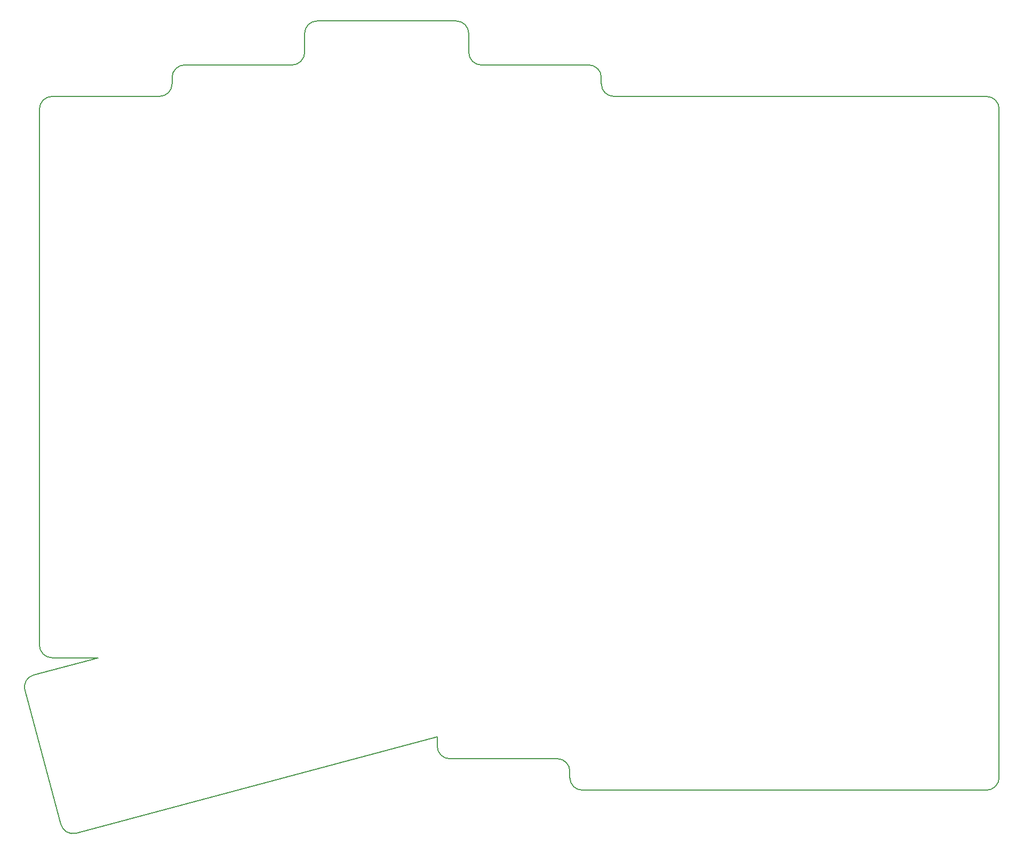
<source format=gbr>
%TF.GenerationSoftware,KiCad,Pcbnew,9.0.3-1.fc42*%
%TF.CreationDate,2025-08-09T15:11:44+02:00*%
%TF.ProjectId,right_traced,72696768-745f-4747-9261-6365642e6b69,v1.0.0*%
%TF.SameCoordinates,Original*%
%TF.FileFunction,Profile,NP*%
%FSLAX46Y46*%
G04 Gerber Fmt 4.6, Leading zero omitted, Abs format (unit mm)*
G04 Created by KiCad (PCBNEW 9.0.3-1.fc42) date 2025-08-09 15:11:44*
%MOMM*%
%LPD*%
G01*
G04 APERTURE LIST*
%TA.AperFunction,Profile*%
%ADD10C,0.150000*%
%TD*%
G04 APERTURE END LIST*
D10*
X242816786Y-219864664D02*
X300125000Y-204508974D01*
X258025000Y-99775000D02*
G75*
G02*
X260025000Y-97775000I2000000J0D01*
G01*
X234660336Y-197151786D02*
X240367296Y-218450450D01*
X277075000Y-97775000D02*
X260025000Y-97775000D01*
X321175000Y-210025000D02*
X321175000Y-211025000D01*
X323175000Y-213025000D02*
G75*
G02*
X321175000Y-211025000I0J2000000D01*
G01*
X279075000Y-95775000D02*
G75*
G02*
X277075000Y-97775000I-2000000J0D01*
G01*
X324175000Y-97775000D02*
X307125000Y-97775000D01*
X236975000Y-189975000D02*
X236975000Y-104775000D01*
X279075000Y-92775000D02*
G75*
G02*
X281075000Y-90775000I2000000J0D01*
G01*
X258025000Y-100775000D02*
G75*
G02*
X256025000Y-102775000I-2000000J0D01*
G01*
X302125000Y-208025000D02*
G75*
G02*
X300125000Y-206025000I0J2000000D01*
G01*
X326175000Y-100775000D02*
X326175000Y-99775000D01*
X236975000Y-104775000D02*
G75*
G02*
X238975000Y-102775000I2000000J0D01*
G01*
X238975000Y-191975000D02*
X246252957Y-191975000D01*
X300125000Y-206025000D02*
X300125000Y-204508974D01*
X258025000Y-99775000D02*
X258025000Y-100775000D01*
X307125000Y-97775000D02*
G75*
G02*
X305125000Y-95775000I0J2000000D01*
G01*
X238975000Y-191975000D02*
G75*
G02*
X236975000Y-189975000I0J2000000D01*
G01*
X256025000Y-102775000D02*
X238975000Y-102775000D01*
X324175000Y-97775000D02*
G75*
G02*
X326175000Y-99775000I0J-2000000D01*
G01*
X328175000Y-102775000D02*
X387325000Y-102775000D01*
X246252957Y-191975000D02*
X236074550Y-194702296D01*
X328175000Y-102775000D02*
G75*
G02*
X326175000Y-100775000I0J2000000D01*
G01*
X303125000Y-90775000D02*
G75*
G02*
X305125000Y-92775000I0J-2000000D01*
G01*
X389325000Y-211025000D02*
G75*
G02*
X387325000Y-213025000I-2000000J0D01*
G01*
X387325000Y-102775000D02*
G75*
G02*
X389325000Y-104775000I0J-2000000D01*
G01*
X389325000Y-211025000D02*
X389325000Y-104775000D01*
X234660336Y-197151786D02*
G75*
G02*
X236074533Y-194702231I1931864J517686D01*
G01*
X319175000Y-208025000D02*
G75*
G02*
X321175000Y-210025000I0J-2000000D01*
G01*
X279075000Y-92775000D02*
X279075000Y-95775000D01*
X302125000Y-208025000D02*
X319175000Y-208025000D01*
X242816786Y-219864664D02*
G75*
G02*
X240367231Y-218450467I-517686J1931864D01*
G01*
X305125000Y-95775000D02*
X305125000Y-92775000D01*
X303125000Y-90775000D02*
X281075000Y-90775000D01*
X323175000Y-213025000D02*
X387325000Y-213025000D01*
M02*

</source>
